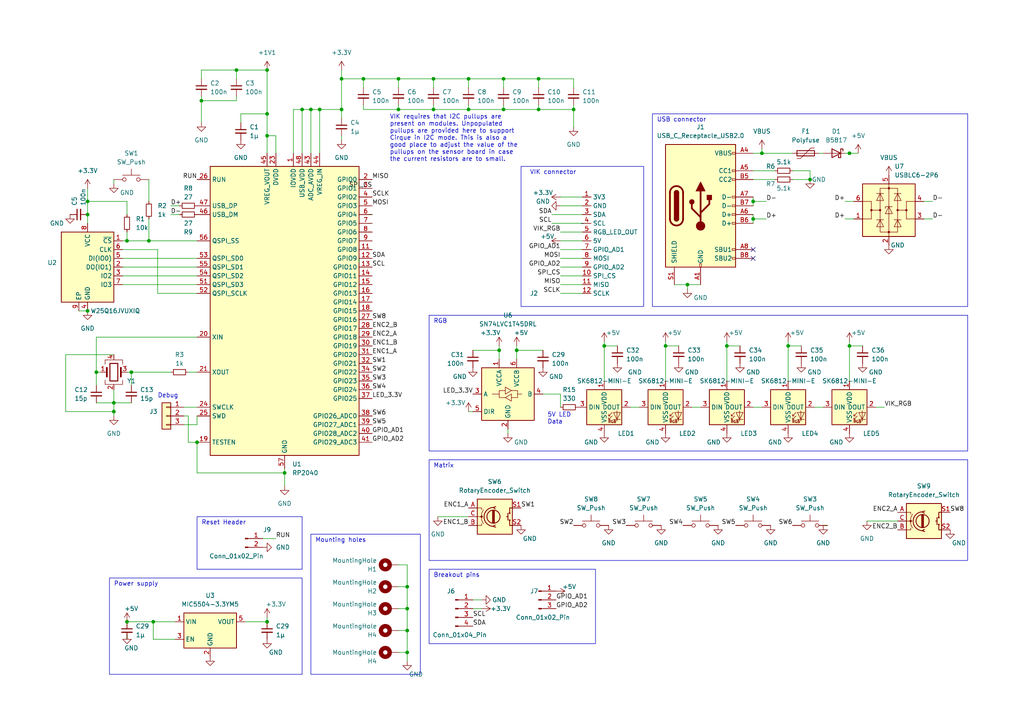
<source format=kicad_sch>
(kicad_sch (version 20230121) (generator eeschema)
  (paper "A4")
  (title_block (title "Trackpad") (date "2023-12-08") (rev "1") (company "George Norton"))
  (junction (at 220.98 44.45))
  (junction (at 228.6 100.33))
  (junction (at 146.05 22.86))
  (junction (at 135.89 31.75))
  (junction (at 125.73 31.75))
  (junction (at 175.26 100.33))
  (junction (at 210.82 100.33))
  (junction (at 27.94 107.95))
  (junction (at 92.71 31.75))
  (junction (at 99.06 31.75))
  (junction (at 115.57 31.75))
  (junction (at 118.11 176.53))
  (junction (at 246.38 100.33))
  (junction (at 146.05 31.75))
  (junction (at 125.73 22.86))
  (junction (at 99.06 22.86))
  (junction (at 25.4 90.17))
  (junction (at 36.83 69.85))
  (junction (at 33.02 119.38))
  (junction (at 135.89 22.86))
  (junction (at 105.41 22.86))
  (junction (at 118.11 182.88))
  (junction (at 156.21 31.75))
  (junction (at 166.37 31.75))
  (junction (at 25.4 62.23))
  (junction (at 43.18 69.85))
  (junction (at 156.21 22.86))
  (junction (at 77.47 20.32))
  (junction (at 218.44 63.5))
  (junction (at 246.38 44.45))
  (junction (at 87.63 31.75))
  (junction (at 77.47 39.37))
  (junction (at 90.17 31.75))
  (junction (at 193.04 100.33))
  (junction (at 199.39 82.55))
  (junction (at 57.15 128.27))
  (junction (at 118.11 189.23))
  (junction (at 77.47 180.34))
  (junction (at 149.86 101.6))
  (junction (at 25.4 58.42))
  (junction (at 82.55 137.16))
  (junction (at 44.45 180.34))
  (junction (at 115.57 22.86))
  (junction (at 38.1 107.95))
  (junction (at 68.58 20.32))
  (junction (at 118.11 170.18))
  (junction (at 36.83 180.34))
  (junction (at 234.95 52.07))
  (junction (at 33.02 116.84))
  (junction (at 58.42 29.21))
  (junction (at 218.44 58.42))
  (junction (at 144.78 101.6))
  (junction (at 77.47 33.02))
  (no_connect (at 218.44 72.39))
  (no_connect (at 218.44 74.93))
  (wire (pts (xy 137.16 101.6) (xy 144.78 101.6)))
  (wire (pts (xy 218.44 52.07) (xy 224.79 52.07)))
  (wire (pts (xy 115.57 30.48) (xy 115.57 31.75)))
  (wire (pts (xy 54.61 107.95) (xy 57.15 107.95)))
  (wire (pts (xy 125.73 22.86) (xy 125.73 25.4)))
  (wire (pts (xy 199.39 82.55) (xy 199.39 83.82)))
  (wire (pts (xy 58.42 20.32) (xy 68.58 20.32)))
  (wire (pts (xy 199.39 82.55) (xy 203.2 82.55)))
  (wire (pts (xy 193.04 100.33) (xy 193.04 110.49)))
  (wire (pts (xy 246.38 100.33) (xy 246.38 110.49)))
  (wire (pts (xy 38.1 107.95) (xy 38.1 111.76)))
  (wire (pts (xy 135.89 31.75) (xy 146.05 31.75)))
  (wire (pts (xy 118.11 176.53) (xy 118.11 182.88)))
  (wire (pts (xy 25.4 58.42) (xy 25.4 62.23)))
  (wire (pts (xy 43.18 63.5) (xy 43.18 69.85)))
  (wire (pts (xy 118.11 163.83) (xy 118.11 170.18)))
  (wire (pts (xy 218.44 49.53) (xy 224.79 49.53)))
  (wire (pts (xy 104.14 76.2) (xy 104.14 74.93)))
  (wire (pts (xy 45.72 72.39) (xy 45.72 85.09)))
  (wire (pts (xy 115.57 176.53) (xy 118.11 176.53)))
  (wire (pts (xy 166.37 22.86) (xy 166.37 25.4)))
  (wire (pts (xy 175.26 100.33) (xy 179.07 100.33)))
  (wire (pts (xy 156.21 22.86) (xy 156.21 25.4)))
  (wire (pts (xy 195.58 82.55) (xy 199.39 82.55)))
  (wire (pts (xy 43.18 69.85) (xy 57.15 69.85)))
  (wire (pts (xy 106.68 64.77) (xy 107.95 64.77)))
  (wire (pts (xy 234.95 49.53) (xy 234.95 52.07)))
  (wire (pts (xy 38.1 107.95) (xy 49.53 107.95)))
  (wire (pts (xy 146.05 22.86) (xy 156.21 22.86)))
  (wire (pts (xy 118.11 182.88) (xy 118.11 189.23)))
  (wire (pts (xy 222.25 63.5) (xy 218.44 63.5)))
  (wire (pts (xy 118.11 170.18) (xy 118.11 176.53)))
  (wire (pts (xy 162.56 67.31) (xy 168.91 67.31)))
  (wire (pts (xy 53.34 118.11) (xy 57.15 118.11)))
  (wire (pts (xy 27.94 97.79) (xy 27.94 107.95)))
  (wire (pts (xy 57.15 97.79) (xy 27.94 97.79)))
  (wire (pts (xy 49.53 62.23) (xy 52.07 62.23)))
  (wire (pts (xy 27.94 107.95) (xy 27.94 111.76)))
  (wire (pts (xy 218.44 62.23) (xy 218.44 63.5)))
  (wire (pts (xy 35.56 72.39) (xy 45.72 72.39)))
  (wire (pts (xy 49.53 59.69) (xy 52.07 59.69)))
  (wire (pts (xy 237.49 44.45) (xy 238.76 44.45)))
  (wire (pts (xy 43.18 52.07) (xy 43.18 58.42)))
  (wire (pts (xy 36.83 69.85) (xy 43.18 69.85)))
  (wire (pts (xy 36.83 107.95) (xy 38.1 107.95)))
  (wire (pts (xy 147.32 125.73) (xy 147.32 124.46)))
  (wire (pts (xy 54.61 128.27) (xy 57.15 128.27)))
  (wire (pts (xy 35.56 82.55) (xy 57.15 82.55)))
  (wire (pts (xy 53.34 120.65) (xy 54.61 120.65)))
  (wire (pts (xy 90.17 44.45) (xy 90.17 31.75)))
  (wire (pts (xy 33.02 116.84) (xy 33.02 119.38)))
  (wire (pts (xy 125.73 30.48) (xy 125.73 31.75)))
  (wire (pts (xy 210.82 100.33) (xy 214.63 100.33)))
  (wire (pts (xy 44.45 180.34) (xy 50.8 180.34)))
  (wire (pts (xy 33.02 119.38) (xy 33.02 120.65)))
  (wire (pts (xy 246.38 99.06) (xy 246.38 100.33)))
  (wire (pts (xy 135.89 22.86) (xy 135.89 25.4)))
  (wire (pts (xy 144.78 100.33) (xy 144.78 101.6)))
  (wire (pts (xy 156.21 31.75) (xy 166.37 31.75)))
  (wire (pts (xy 200.66 118.11) (xy 203.2 118.11)))
  (wire (pts (xy 218.44 58.42) (xy 218.44 59.69)))
  (wire (pts (xy 254 118.11) (xy 256.54 118.11)))
  (wire (pts (xy 99.06 22.86) (xy 105.41 22.86)))
  (wire (pts (xy 33.02 102.87) (xy 19.05 102.87)))
  (wire (pts (xy 92.71 31.75) (xy 99.06 31.75)))
  (wire (pts (xy 149.86 101.6) (xy 149.86 104.14)))
  (wire (pts (xy 77.47 179.07) (xy 77.47 180.34)))
  (wire (pts (xy 162.56 80.01) (xy 168.91 80.01)))
  (wire (pts (xy 87.63 31.75) (xy 90.17 31.75)))
  (wire (pts (xy 118.11 189.23) (xy 118.11 191.77)))
  (wire (pts (xy 175.26 99.06) (xy 175.26 100.33)))
  (wire (pts (xy 162.56 57.15) (xy 168.91 57.15)))
  (wire (pts (xy 193.04 99.06) (xy 193.04 100.33)))
  (wire (pts (xy 229.87 49.53) (xy 234.95 49.53)))
  (wire (pts (xy 27.94 116.84) (xy 33.02 116.84)))
  (wire (pts (xy 90.17 31.75) (xy 92.71 31.75)))
  (wire (pts (xy 53.34 123.19) (xy 57.15 123.19)))
  (wire (pts (xy 105.41 30.48) (xy 105.41 31.75)))
  (wire (pts (xy 115.57 22.86) (xy 125.73 22.86)))
  (wire (pts (xy 246.38 100.33) (xy 250.19 100.33)))
  (wire (pts (xy 251.46 151.13) (xy 260.35 151.13)))
  (wire (pts (xy 162.56 69.85) (xy 168.91 69.85)))
  (wire (pts (xy 38.1 116.84) (xy 33.02 116.84)))
  (wire (pts (xy 77.47 33.02) (xy 77.47 39.37)))
  (wire (pts (xy 135.89 30.48) (xy 135.89 31.75)))
  (wire (pts (xy 85.09 31.75) (xy 87.63 31.75)))
  (wire (pts (xy 19.05 102.87) (xy 19.05 119.38)))
  (wire (pts (xy 57.15 123.19) (xy 57.15 120.65)))
  (wire (pts (xy 162.56 77.47) (xy 168.91 77.47)))
  (wire (pts (xy 175.26 100.33) (xy 175.26 110.49)))
  (wire (pts (xy 58.42 29.21) (xy 58.42 35.56)))
  (wire (pts (xy 222.25 58.42) (xy 218.44 58.42)))
  (wire (pts (xy 210.82 100.33) (xy 210.82 110.49)))
  (wire (pts (xy 115.57 189.23) (xy 118.11 189.23)))
  (wire (pts (xy 80.01 44.45) (xy 80.01 39.37)))
  (wire (pts (xy 146.05 22.86) (xy 146.05 25.4)))
  (wire (pts (xy 156.21 30.48) (xy 156.21 31.75)))
  (wire (pts (xy 82.55 140.97) (xy 82.55 137.16)))
  (wire (pts (xy 92.71 31.75) (xy 92.71 44.45)))
  (wire (pts (xy 160.02 62.23) (xy 168.91 62.23)))
  (wire (pts (xy 162.56 72.39) (xy 168.91 72.39)))
  (wire (pts (xy 166.37 31.75) (xy 166.37 36.83)))
  (wire (pts (xy 125.73 31.75) (xy 135.89 31.75)))
  (wire (pts (xy 99.06 39.37) (xy 99.06 40.64)))
  (wire (pts (xy 77.47 20.32) (xy 68.58 20.32)))
  (wire (pts (xy 127 149.86) (xy 135.89 149.86)))
  (wire (pts (xy 115.57 31.75) (xy 125.73 31.75)))
  (wire (pts (xy 245.11 58.42) (xy 247.65 58.42)))
  (wire (pts (xy 71.12 180.34) (xy 77.47 180.34)))
  (wire (pts (xy 160.02 64.77) (xy 168.91 64.77)))
  (wire (pts (xy 270.51 58.42) (xy 267.97 58.42)))
  (wire (pts (xy 245.11 63.5) (xy 247.65 63.5)))
  (wire (pts (xy 106.68 62.23) (xy 107.95 62.23)))
  (wire (pts (xy 33.02 53.34) (xy 33.02 52.07)))
  (wire (pts (xy 228.6 100.33) (xy 228.6 110.49)))
  (wire (pts (xy 144.78 101.6) (xy 144.78 104.14)))
  (wire (pts (xy 166.37 30.48) (xy 166.37 31.75)))
  (wire (pts (xy 82.55 137.16) (xy 82.55 135.89)))
  (wire (pts (xy 99.06 22.86) (xy 99.06 31.75)))
  (wire (pts (xy 77.47 39.37) (xy 77.47 44.45)))
  (wire (pts (xy 139.7 173.99) (xy 137.16 173.99)))
  (wire (pts (xy 35.56 77.47) (xy 57.15 77.47)))
  (wire (pts (xy 125.73 22.86) (xy 135.89 22.86)))
  (wire (pts (xy 25.4 62.23) (xy 25.4 64.77)))
  (wire (pts (xy 45.72 85.09) (xy 57.15 85.09)))
  (wire (pts (xy 68.58 22.86) (xy 68.58 20.32)))
  (wire (pts (xy 57.15 128.27) (xy 57.15 137.16)))
  (wire (pts (xy 228.6 99.06) (xy 228.6 100.33)))
  (wire (pts (xy 210.82 99.06) (xy 210.82 100.33)))
  (wire (pts (xy 236.22 118.11) (xy 238.76 118.11)))
  (wire (pts (xy 162.56 85.09) (xy 168.91 85.09)))
  (wire (pts (xy 162.56 59.69) (xy 168.91 59.69)))
  (wire (pts (xy 193.04 100.33) (xy 196.85 100.33)))
  (wire (pts (xy 36.83 67.31) (xy 36.83 69.85)))
  (wire (pts (xy 80.01 156.21) (xy 76.2 156.21)))
  (wire (pts (xy 58.42 29.21) (xy 68.58 29.21)))
  (wire (pts (xy 22.86 90.17) (xy 25.4 90.17)))
  (wire (pts (xy 162.56 82.55) (xy 168.91 82.55)))
  (wire (pts (xy 36.83 184.15) (xy 36.83 185.42)))
  (wire (pts (xy 218.44 44.45) (xy 220.98 44.45)))
  (wire (pts (xy 58.42 20.32) (xy 58.42 22.86)))
  (wire (pts (xy 115.57 170.18) (xy 118.11 170.18)))
  (wire (pts (xy 36.83 58.42) (xy 36.83 62.23)))
  (wire (pts (xy 35.56 80.01) (xy 57.15 80.01)))
  (wire (pts (xy 54.61 120.65) (xy 54.61 128.27)))
  (wire (pts (xy 156.21 22.86) (xy 166.37 22.86)))
  (wire (pts (xy 245.11 44.45) (xy 246.38 44.45)))
  (wire (pts (xy 50.8 185.42) (xy 44.45 185.42)))
  (wire (pts (xy 135.89 22.86) (xy 146.05 22.86)))
  (wire (pts (xy 105.41 22.86) (xy 115.57 22.86)))
  (wire (pts (xy 33.02 113.03) (xy 33.02 116.84)))
  (wire (pts (xy 105.41 31.75) (xy 115.57 31.75)))
  (wire (pts (xy 68.58 29.21) (xy 68.58 27.94)))
  (wire (pts (xy 135.89 119.38) (xy 137.16 119.38)))
  (wire (pts (xy 162.56 114.3) (xy 162.56 118.11)))
  (wire (pts (xy 246.38 44.45) (xy 248.92 44.45)))
  (wire (pts (xy 115.57 182.88) (xy 118.11 182.88)))
  (wire (pts (xy 220.98 44.45) (xy 229.87 44.45)))
  (wire (pts (xy 19.05 119.38) (xy 33.02 119.38)))
  (wire (pts (xy 115.57 163.83) (xy 118.11 163.83)))
  (wire (pts (xy 157.48 114.3) (xy 162.56 114.3)))
  (wire (pts (xy 162.56 74.93) (xy 168.91 74.93)))
  (wire (pts (xy 27.94 107.95) (xy 29.21 107.95)))
  (wire (pts (xy 99.06 20.32) (xy 99.06 22.86)))
  (wire (pts (xy 149.86 100.33) (xy 149.86 101.6)))
  (wire (pts (xy 218.44 63.5) (xy 218.44 64.77)))
  (wire (pts (xy 228.6 100.33) (xy 232.41 100.33)))
  (wire (pts (xy 80.01 39.37) (xy 77.47 39.37)))
  (wire (pts (xy 35.56 69.85) (xy 36.83 69.85)))
  (wire (pts (xy 229.87 52.07) (xy 234.95 52.07)))
  (wire (pts (xy 99.06 31.75) (xy 99.06 34.29)))
  (wire (pts (xy 57.15 137.16) (xy 82.55 137.16)))
  (wire (pts (xy 240.03 152.4) (xy 238.76 152.4)))
  (wire (pts (xy 139.7 176.53) (xy 137.16 176.53)))
  (wire (pts (xy 36.83 180.34) (xy 44.45 180.34)))
  (wire (pts (xy 77.47 20.32) (xy 77.47 33.02)))
  (wire (pts (xy 182.88 118.11) (xy 185.42 118.11)))
  (wire (pts (xy 69.85 33.02) (xy 77.47 33.02)))
  (wire (pts (xy 85.09 44.45) (xy 85.09 31.75)))
  (wire (pts (xy 36.83 58.42) (xy 25.4 58.42)))
  (wire (pts (xy 270.51 63.5) (xy 267.97 63.5)))
  (wire (pts (xy 69.85 33.02) (xy 69.85 35.56)))
  (wire (pts (xy 220.98 43.18) (xy 220.98 44.45)))
  (wire (pts (xy 218.44 57.15) (xy 218.44 58.42)))
  (wire (pts (xy 218.44 118.11) (xy 220.98 118.11)))
  (wire (pts (xy 25.4 54.61) (xy 25.4 58.42)))
  (wire (pts (xy 105.41 22.86) (xy 105.41 25.4)))
  (wire (pts (xy 146.05 30.48) (xy 146.05 31.75)))
  (wire (pts (xy 115.57 22.86) (xy 115.57 25.4)))
  (wire (pts (xy 146.05 31.75) (xy 156.21 31.75)))
  (wire (pts (xy 35.56 74.93) (xy 57.15 74.93)))
  (wire (pts (xy 58.42 27.94) (xy 58.42 29.21)))
  (wire (pts (xy 44.45 185.42) (xy 44.45 180.34)))
  (wire (pts (xy 87.63 31.75) (xy 87.63 44.45)))
  (wire (pts (xy 149.86 101.6) (xy 157.48 101.6)))
  (rectangle (start 124.46 165.1) (end 172.72 186.69))
  (rectangle (start 124.46 133.35) (end 280.67 162.56))
  (rectangle (start 57.15 149.86) (end 87.63 165.1))
  (rectangle (start 189.23 33.02) (end 280.67 88.9))
  (rectangle (start 124.46 91.44) (end 280.67 130.81))
  (rectangle (start 151.13 48.26) (end 186.69 88.9))
  (rectangle (start 90.17 154.94) (end 121.92 195.58))
  (rectangle (start 31.75 167.64) (end 87.63 195.58))
  (text "Mounting holes" (at 91.44 157.48 0) (effects (font (size 1.27 1.27)) (justify left bottom)))
  (text "USB connector" (at 190.5 35.56 0) (effects (font (size 1.27 1.27)) (justify left bottom)))
  (text "Power supply" (at 33.02 170.18 0) (effects (font (size 1.27 1.27)) (justify left bottom)))
  (text "Debug" (at 45.72 115.57 0) (effects (font (size 1.27 1.27)) (justify left bottom)))
  (text "VIK connector" (at 153.67 50.8 0) (effects (font (size 1.27 1.27)) (justify left bottom)))
  (text "VIK requires that I2C pullups are\npresent on modules. Unpopulated\npullups are provided here to support\nCirque in I2C mode. This is also a\ngood place to adjust the value of the\npullups on the sensor board in case\nthe current resistors are to small." (at 113.03 46.99 0) (effects (font (size 1.27 1.27)) (justify left bottom)))
  (text "RGB" (at 125.73 93.98 0) (effects (font (size 1.27 1.27)) (justify left bottom)))
  (text "Matrix" (at 125.73 135.89 0) (effects (font (size 1.27 1.27)) (justify left bottom)))
  (text "Breakout pins" (at 125.73 167.64 0) (effects (font (size 1.27 1.27)) (justify left bottom)))
  (text "Reset Header" (at 58.42 152.4 0) (effects (font (size 1.27 1.27)) (justify left bottom)))
  (text "5V LED\nData" (at 158.75 123.19 0) (effects (font (size 1.27 1.27)) (justify left bottom)))
  (label "SPI_CS" (at 162.56 80.01 180))
  (label "VIK_RGB" (at 256.54 118.11 0))
  (label "SDA" (at 137.16 181.61 0))
  (label "MISO" (at 162.56 82.55 180))
  (label "SW8" (at 275.59 148.59 0))
  (label "D-" (at 270.51 58.42 0))
  (label "SCL" (at 160.02 64.77 180))
  (label "SCL" (at 137.16 179.07 0))
  (label "SW5" (at 213.36 152.4 180))
  (label "SCLK" (at 162.56 85.09 180))
  (label "SDA" (at 160.02 62.23 180))
  (label "MOSI" (at 107.95 59.69 0))
  (label "SW4" (at 198.12 152.4 180))
  (label "RUN" (at 80.01 156.21 0))
  (label "SW6" (at 107.95 120.65 0))
  (label "ENC2_A" (at 107.95 97.79 0))
  (label "ENC1_A" (at 135.89 147.32 180))
  (label "GPIO_AD2" (at 162.56 77.47 180))
  (label "D+" (at 49.53 59.69 0))
  (label "SW2" (at 166.37 152.4 180))
  (label "ENC2_A" (at 260.35 148.59 180))
  (label "SW2" (at 107.95 107.95 0))
  (label "ENC2_B" (at 260.35 153.67 180))
  (label "SPI_CS" (at 107.95 54.61 180))
  (label "ENC1_A" (at 107.95 102.87 0))
  (label "MOSI" (at 162.56 74.93 180))
  (label "ENC2_B" (at 107.95 95.25 0))
  (label "SW6" (at 229.87 152.4 180))
  (label "SW1" (at 107.95 105.41 0))
  (label "SCL" (at 107.95 77.47 0))
  (label "GPIO_AD2" (at 161.29 176.53 0))
  (label "GPIO_AD1" (at 161.29 173.99 0))
  (label "MISO" (at 107.95 52.07 0))
  (label "SW3" (at 181.61 152.4 180))
  (label "LED_3.3V" (at 137.16 114.3 180))
  (label "SW5" (at 107.95 123.19 0))
  (label "RUN" (at 57.15 52.07 180))
  (label "SW1" (at 151.13 147.32 0))
  (label "GPIO_AD1" (at 162.56 72.39 180))
  (label "ENC1_B" (at 107.95 100.33 0))
  (label "LED_3.3V" (at 107.95 115.57 0))
  (label "D+" (at 245.11 63.5 180))
  (label "D-" (at 222.25 58.42 0))
  (label "GPIO_AD2" (at 107.95 128.27 0))
  (label "SCLK" (at 107.95 57.15 0))
  (label "SW4" (at 107.95 113.03 0))
  (label "SW3" (at 107.95 110.49 0))
  (label "SDA" (at 107.95 74.93 0))
  (label "D-" (at 49.53 62.23 0))
  (label "D+" (at 245.11 58.42 180))
  (label "ENC1_B" (at 135.89 152.4 180))
  (label "VIK_RGB" (at 162.56 67.31 180))
  (label "D-" (at 270.51 63.5 0))
  (label "D+" (at 222.25 63.5 0))
  (label "GPIO_AD1" (at 107.95 125.73 0))
  (label "SW8" (at 107.95 92.71 0))
  (symbol (lib_id "power:+5V") (at 36.83 180.34 0) (unit 1)
    (property "Reference" "#PWR015" (effects hide))
    (property "Value" "+5V" (at 38.1 176.53 0))
    (instances (project "trackpad" (path "" (reference "#PWR015") (unit 1)) (path "" (reference "#PWR047") (unit 1))))
  )
  (symbol (lib_id "power:+5V") (at 246.38 99.06 0) (unit 1)
    (property "Reference" "#PWR063" (effects hide))
    (property "Value" "+5V" (at 248.92 96.52 0))
  )
  (symbol (lib_id "power:GND") (at 251.46 151.13 0) (unit 1)
    (property "Reference" "#PWR041" (effects hide))
    (property "Value" "GND" (at 251.46 156.21 0))
    (instances (project "trackpad" (path "" (reference "#PWR041") (unit 1)) (path "" (reference "#PWR039") (unit 1))))
  )
  (symbol (lib_id "power:GND") (at 157.48 106.68 0) (unit 1)
    (property "Reference" "#PWR038" (effects hide))
    (property "Value" "GND" (at 161.29 109.22 0))
    (instances (project "trackpad" (path "" (reference "#PWR038") (unit 1)) (path "" (reference "#PWR056") (unit 1))))
  )
  (symbol (lib_id "Connector_Generic:Conn_01x03") (at 48.26 120.65 0) (mirror y) (unit 1)
    (property "Reference" "J3" (at 45.72 119.38 0) (effects (justify left)))
    (property "Value" "Conn_01x03" (effects hide))
    (property "Footprint" "Connector_PinHeader_2.54mm:PinHeader_1x03_P2.54mm_Vertical" (effects hide))
  )
  (symbol (lib_id "power:GND") (at 246.38 125.73 0) (unit 1)
    (property "Reference" "#PWR055" (effects hide))
    (property "Value" "GND" (at 242.57 128.27 0))
  )
  (symbol (lib_id "MCU_RaspberryPi:RP2040") (at 82.55 90.17 0) (unit 1)
    (property "Reference" "U1" (at 84.7441 134.62 0) (effects (justify left)))
    (property "Value" "RP2040" (at 84.7441 137.16 0) (effects (justify left)))
    (property "Footprint" "Package_DFN_QFN:QFN-56-1EP_7x7mm_P0.4mm_EP3.2x3.2mm" (effects hide))
    (property "Datasheet" "https://datasheets.raspberrypi.com/rp2040/rp2040-datasheet.pdf" (effects hide))
    (property "LCSC" "C2040" (effects hide))
  )
  (symbol (lib_id "Device:C_Small") (at 196.85 102.87 0) (unit 1)
    (property "Reference" "C33" (at 199.39 101.6063 0) (effects (justify left)))
    (property "Value" "100n" (at 199.39 104.1463 0) (effects (justify left)))
    (property "Footprint" "Capacitor_SMD:C_0402_1005Metric" (effects hide))
    (property "LCSC" "C1525" (effects hide))
  )
  (symbol (lib_id "Power_Protection:USBLC6-2P6") (at 257.81 60.96 0) (unit 1)
    (property "Reference" "U7" (at 259.4611 48.26 0) (effects (justify left)))
    (property "Value" "USBLC6-2P6" (at 259.4611 50.8 0) (effects (justify left)))
    (property "Footprint" "Package_TO_SOT_SMD:SOT-666" (effects hide))
    (property "Datasheet" "https://www.st.com/resource/en/datasheet/usblc6-2.pdf" (effects hide))
    (property "LCSC" "C15999" (effects hide))
  )
  (symbol (lib_id "Marbastlib:SK6812MINI-E") (at 228.6 118.11 0) (unit 1)
    (property "Reference" "LED4" (at 234.95 125.73 0))
    (property "Value" "SK6812-MINI-E" (at 228.6 110.49 0))
    (property "Footprint" "PCM_marbastlib-various:LED_6028R" (effects hide))
    (property "LCSC" "C5149201" (effects hide))
  )
  (symbol (lib_id "Device:R_Small") (at 165.1 118.11 270) (unit 1)
    (property "Reference" "R15" (at 165.1 113.03 90))
    (property "Value" "330" (at 165.1 115.57 90))
    (property "Footprint" "Resistor_SMD:R_0402_1005Metric" (effects hide))
    (property "LCSC" "C25104" (effects hide))
    (instances (project "trackpad" (path "" (reference "R15") (unit 1)) (path "" (reference "R18") (unit 1))))
  )
  (symbol (lib_id "Device:C_Small") (at 135.89 27.94 0) (unit 1)
    (property "Reference" "C8" (at 138.43 26.6763 0) (effects (justify left)))
    (property "Value" "100n" (at 138.43 29.2163 0) (effects (justify left)))
    (property "Footprint" "Capacitor_SMD:C_0402_1005Metric" (effects hide))
    (property "LCSC" "C1525" (effects hide))
  )
  (symbol (lib_id "power:GND") (at 139.7 173.99 90) (unit 1)
    (property "Reference" "#PWR042" (effects hide))
    (property "Value" "GND" (at 144.78 173.99 90))
    (instances (project "trackpad" (path "" (reference "#PWR042") (unit 1)) (path "" (reference "#PWR077") (unit 1))))
  )
  (symbol (lib_id "Device:C_Small") (at 232.41 102.87 0) (unit 1)
    (property "Reference" "C35" (at 234.95 101.6063 0) (effects (justify left)))
    (property "Value" "100n" (at 234.95 104.1463 0) (effects (justify left)))
    (property "Footprint" "Capacitor_SMD:C_0402_1005Metric" (effects hide))
    (property "LCSC" "C1525" (effects hide))
  )
  (symbol (lib_id "Device:C_Small") (at 77.47 182.88 0) (unit 1)
    (property "Reference" "C29" (at 80.01 181.6163 0) (effects (justify left)))
    (property "Value" "1µ" (at 80.01 184.15 0) (effects (justify left)))
    (property "Footprint" "Capacitor_SMD:C_0402_1005Metric" (effects hide))
    (property "LCSC" "C52923" (effects hide))
    (instances (project "trackpad" (path "" (reference "C29") (unit 1)) (path "" (reference "C30") (unit 1))))
  )
  (symbol (lib_id "power:+3.3V") (at 25.4 54.61 0) (unit 1)
    (property "Reference" "#PWR03" (effects hide))
    (property "Value" "+3.3V" (at 25.4 49.53 0))
  )
  (symbol (lib_id "power:+3.3V") (at 135.89 119.38 0) (unit 1)
    (property "Reference" "#PWR013" (effects hide))
    (property "Value" "+3.3V" (at 132.08 116.84 0))
    (instances (project "trackpad" (path "" (reference "#PWR013") (unit 1)) (path "" (reference "#PWR069") (unit 1))))
  )
  (symbol (lib_id "Marbastlib:SK6812MINI-E") (at 193.04 118.11 0) (unit 1)
    (property "Reference" "LED2" (at 199.39 125.73 0))
    (property "Value" "SK6812-MINI-E" (at 193.04 110.49 0))
    (property "Footprint" "PCM_marbastlib-various:LED_6028R" (effects hide))
    (property "LCSC" "C5149201" (effects hide))
  )
  (symbol (lib_id "Device:C_Small") (at 146.05 27.94 0) (unit 1)
    (property "Reference" "C9" (at 148.59 26.6763 0) (effects (justify left)))
    (property "Value" "100n" (at 148.59 29.2163 0) (effects (justify left)))
    (property "Footprint" "Capacitor_SMD:C_0402_1005Metric" (effects hide))
    (property "LCSC" "C1525" (effects hide))
  )
  (symbol (lib_id "Device:C_Small") (at 156.21 27.94 0) (unit 1)
    (property "Reference" "C10" (at 158.75 26.6763 0) (effects (justify left)))
    (property "Value" "100n" (at 158.75 29.2163 0) (effects (justify left)))
    (property "Footprint" "Capacitor_SMD:C_0402_1005Metric" (effects hide))
    (property "LCSC" "C1525" (effects hide))
  )
  (symbol (lib_id "Marbastlib:SK6812MINI-E") (at 175.26 118.11 0) (unit 1)
    (property "Reference" "LED1" (at 181.61 125.73 0))
    (property "Value" "SK6812-MINI-E" (at 175.26 110.49 0))
    (property "Footprint" "PCM_marbastlib-various:LED_6028R" (effects hide))
    (property "LCSC" "C5149201" (effects hide))
  )
  (symbol (lib_id "Device:R_Small") (at 227.33 49.53 90) (unit 1)
    (property "Reference" "R6" (at 223.52 48.26 90))
    (property "Value" "5.1k" (at 227.33 46.99 90))
    (property "Footprint" "Resistor_SMD:R_0402_1005Metric" (effects hide))
    (property "LCSC" "C25905" (effects hide))
  )
  (symbol (lib_id "power:+3.3V") (at 77.47 179.07 0) (unit 1)
    (property "Reference" "#PWR016" (effects hide))
    (property "Value" "+3.3V" (at 80.01 175.26 0))
    (instances (project "trackpad" (path "" (reference "#PWR016") (unit 1)) (path "" (reference "#PWR048") (unit 1))))
  )
  (symbol (lib_id "power:GND") (at 214.63 105.41 0) (unit 1)
    (property "Reference" "#PWR060" (effects hide))
    (property "Value" "GND" (at 218.44 107.95 0))
  )
  (symbol (lib_id "Device:C_Small") (at 250.19 102.87 0) (unit 1)
    (property "Reference" "C36" (at 252.73 101.6063 0) (effects (justify left)))
    (property "Value" "100n" (at 252.73 104.1463 0) (effects (justify left)))
    (property "Footprint" "Capacitor_SMD:C_0402_1005Metric" (effects hide))
    (property "LCSC" "C1525" (effects hide))
  )
  (symbol (lib_id "Device:Polyfuse") (at 233.68 44.45 270) (unit 1)
    (property "Reference" "F1" (at 233.68 38.1 90))
    (property "Value" "Polyfuse" (at 233.68 40.64 90))
    (property "Footprint" "Fuse:Fuse_0603_1608Metric" (effects hide))
    (property "LCSC" "C69679" (effects hide))
  )
  (symbol (lib_id "power:+5V") (at 149.86 100.33 0) (unit 1)
    (property "Reference" "#PWR015" (effects hide))
    (property "Value" "+5V" (at 151.13 96.52 0))
    (instances (project "trackpad" (path "" (reference "#PWR015") (unit 1)) (path "" (reference "#PWR070") (unit 1))))
  )
  (symbol (lib_id "Mechanical:MountingHole_Pad") (at 113.03 163.83 90) (unit 1)
    (property "Reference" "H1" (at 107.95 165.1 90))
    (property "Value" "MountingHole" (at 102.87 162.56 90))
    (property "Footprint" "MountingHole:MountingHole_3.2mm_M3_Pad_Via" (effects hide))
    (instances (project "trackpad" (path "" (reference "H1") (unit 1)) (path "" (reference "H5") (unit 1))))
  )
  (symbol (lib_id "power:+5V") (at 228.6 99.06 0) (unit 1)
    (property "Reference" "#PWR061" (effects hide))
    (property "Value" "+5V" (at 231.14 96.52 0))
  )
  (symbol (lib_id "Device:C_Small") (at 27.94 114.3 0) (unit 1)
    (property "Reference" "C12" (at 21.59 113.03 0) (effects (justify left)))
    (property "Value" "15p" (at 21.59 115.57 0) (effects (justify left)))
    (property "Footprint" "Capacitor_SMD:C_0402_1005Metric" (effects hide))
    (property "LCSC" "C1548" (effects hide))
  )
  (symbol (lib_id "power:GND") (at 82.55 140.97 0) (unit 1)
    (property "Reference" "#PWR01" (effects hide))
    (property "Value" "GND" (at 82.55 146.05 0))
    (instances (project "trackpad" (path "" (reference "#PWR01") (unit 1)) (path "" (reference "#PWR014") (unit 1))))
  )
  (symbol (lib_id "Connector:Conn_01x03_Pin") (at 156.21 173.99 0) (unit 1)
    (property "Reference" "J7" (at 154.94 171.45 0))
    (property "Value" "Conn_01x02_Pin" (at 157.48 179.07 0))
    (property "Footprint" "Connector_PinHeader_2.54mm:PinHeader_1x03_P2.54mm_Vertical" (effects hide))
  )
  (symbol (lib_id "Mechanical:MountingHole_Pad") (at 113.03 176.53 90) (unit 1)
    (property "Reference" "H3" (at 107.95 177.8 90))
    (property "Value" "MountingHole" (at 102.87 175.26 90))
    (property "Footprint" "MountingHole:MountingHole_3.2mm_M3_Pad_Via" (effects hide))
    (instances (project "trackpad" (path "" (reference "H3") (unit 1)) (path "" (reference "H7") (unit 1))))
  )
  (symbol (lib_id "Device:C_Small") (at 166.37 27.94 0) (unit 1)
    (property "Reference" "C11" (at 168.91 26.6763 0) (effects (justify left)))
    (property "Value" "100n" (at 168.91 29.2163 0) (effects (justify left)))
    (property "Footprint" "Capacitor_SMD:C_0402_1005Metric" (effects hide))
    (property "LCSC" "C1525" (effects hide))
  )
  (symbol (lib_id "Device:C_Small") (at 157.48 104.14 0) (unit 1)
    (property "Reference" "C29" (at 160.02 102.8763 0) (effects (justify left)))
    (property "Value" "100n" (at 160.02 105.4163 0) (effects (justify left)))
    (property "Footprint" "Capacitor_SMD:C_0402_1005Metric" (effects hide))
    (property "LCSC" "C1525" (effects hide))
  )
  (symbol (lib_id "power:GND") (at 257.81 71.12 0) (unit 1)
    (property "Reference" "#PWR017" (effects hide))
    (property "Value" "GND" (at 260.35 71.12 0))
    (instances (project "trackpad" (path "" (reference "#PWR017") (unit 1)) (path "" (reference "#PWR071") (unit 1))))
  )
  (symbol (lib_id "power:GND") (at 76.2 158.75 90) (unit 1)
    (property "Reference" "#PWR01" (effects hide))
    (property "Value" "GND" (at 80.01 158.75 90) (effects (justify right)))
    (instances (project "trackpad" (path "" (reference "#PWR01") (unit 1)) (path "" (reference "#PWR051") (unit 1))))
  )
  (symbol (lib_id "power:GND") (at 199.39 83.82 0) (unit 1)
    (property "Reference" "#PWR038" (effects hide))
    (property "Value" "GND" (at 203.2 86.36 0))
    (instances (project "trackpad" (path "" (reference "#PWR038") (unit 1)) (path "" (reference "#PWR031") (unit 1))))
  )
  (symbol (lib_id "Device:C_Small") (at 179.07 102.87 0) (unit 1)
    (property "Reference" "C32" (at 181.61 101.6063 0) (effects (justify left)))
    (property "Value" "100n" (at 181.61 104.1463 0) (effects (justify left)))
    (property "Footprint" "Capacitor_SMD:C_0402_1005Metric" (effects hide))
    (property "LCSC" "C1525" (effects hide))
  )
  (symbol (lib_id "Memory_Flash:W25Q128JVS") (at 25.4 77.47 0) (mirror y) (unit 1)
    (property "Reference" "U2" (at 16.51 76.2 0) (effects (justify left)))
    (property "Value" "W25Q16JVUXIQ" (at 40.64 90.17 0) (effects (justify left)))
    (property "Footprint" "Trackpad:USON-8-1EP_3x2mm_P0.5mm_EP0.25x1.65mm" (effects hide))
    (property "LCSC" "C2843335" (effects hide))
  )
  (symbol (lib_id "Device:C_Small") (at 36.83 182.88 0) (unit 1)
    (property "Reference" "C29" (at 39.37 181.6163 0) (effects (justify left)))
    (property "Value" "1µ" (at 39.37 184.15 0) (effects (justify left)))
    (property "Footprint" "Capacitor_SMD:C_0402_1005Metric" (effects hide))
    (property "LCSC" "C52923" (effects hide))
    (instances (project "trackpad" (path "" (reference "C29") (unit 1)) (path "" (reference "C15") (unit 1))))
  )
  (symbol (lib_id "power:GND") (at 99.06 40.64 0) (unit 1)
    (property "Reference" "#PWR08" (effects hide))
    (property "Value" "GND" (at 99.06 45.72 0))
    (instances (project "trackpad" (path "" (reference "#PWR08") (unit 1)) (path "" (reference "#PWR016") (unit 1))))
  )
  (symbol (lib_id "power:GND") (at 36.83 184.15 0) (unit 1)
    (property "Reference" "#PWR032" (effects hide))
    (property "Value" "GND" (at 38.1 187.96 0))
    (instances (project "trackpad" (path "" (reference "#PWR032") (unit 1)) (path "" (reference "#PWR049") (unit 1))))
  )
  (symbol (lib_id "Device:C_Small") (at 58.42 25.4 0) (unit 1)
    (property "Reference" "C2" (at 60.96 24.1363 0) (effects (justify left)))
    (property "Value" "100n" (at 60.96 26.6763 0) (effects (justify left)))
    (property "Footprint" "Capacitor_SMD:C_0402_1005Metric" (effects hide))
    (property "LCSC" "C1525" (effects hide))
  )
  (symbol (lib_id "power:+5V") (at 175.26 99.06 0) (unit 1)
    (property "Reference" "#PWR013" (effects hide))
    (property "Value" "+5V" (at 177.8 96.52 0))
  )
  (symbol (lib_id "power:GND") (at 60.96 190.5 0) (unit 1)
    (property "Reference" "#PWR032" (effects hide))
    (property "Value" "GND" (effects hide))
    (instances (project "trackpad" (path "" (reference "#PWR032") (unit 1)) (path "" (reference "#PWR052") (unit 1))))
  )
  (symbol (lib_id "Marbastlib:SK6812MINI-E") (at 246.38 118.11 0) (unit 1)
    (property "Reference" "LED5" (at 252.73 125.73 0))
    (property "Value" "SK6812-MINI-E" (at 246.38 110.49 0))
    (property "Footprint" "PCM_marbastlib-various:LED_6028R" (effects hide))
    (property "LCSC" "C5149201" (effects hide))
  )
  (symbol (lib_id "Device:R_Small") (at 52.07 107.95 270) (unit 1)
    (property "Reference" "R3" (at 52.07 102.87 90))
    (property "Value" "1k" (at 52.07 105.41 90))
    (property "Footprint" "Resistor_SMD:R_0402_1005Metric" (effects hide))
    (property "LCSC" "C11702" (effects hide))
  )
  (symbol (lib_id "Connector:Conn_01x02_Pin") (at 71.12 156.21 0) (unit 1)
    (property "Reference" "J9" (at 77.47 153.67 0))
    (property "Value" "Conn_01x02_Pin" (at 68.58 161.29 0))
    (property "Footprint" "Connector_PinHeader_2.54mm:PinHeader_1x02_P2.54mm_Vertical" (effects hide))
  )
  (symbol (lib_id "Device:D_Schottky") (at 242.57 44.45 0) (mirror y) (unit 1)
    (property "Reference" "D1" (at 242.57 38.1 0))
    (property "Value" "B5817" (at 242.57 40.64 0))
    (property "Footprint" "Diode_SMD:D_SOD-323" (effects hide))
    (property "LCSC" "C123899" (effects hide))
  )
  (symbol (lib_id "Device:C_Small") (at 99.06 36.83 0) (unit 1)
    (property "Reference" "C4" (at 101.6 35.5663 0) (effects (justify left)))
    (property "Value" "1µ" (at 101.6 38.1063 0) (effects (justify left)))
    (property "Footprint" "Capacitor_SMD:C_0402_1005Metric" (effects hide))
    (property "LCSC" "C52923" (effects hide))
  )
  (symbol (lib_id "Vik:vik-keyboard-connector") (at 168.91 71.12 0) (unit 1)
    (property "Reference" "J2" (at 153.67 85.09 0) (effects (justify left)))
    (property "Value" "~" (at 168.91 64.77 0))
    (property "Footprint" "Vik:vik-keyboard-connector-horizontal" (effects hide))
    (property "LCSC" "C2919479" (effects hide))
  )
  (symbol (lib_id "Logic_LevelTranslator:SN74LVC1T45DRL") (at 147.32 114.3 0) (unit 1)
    (property "Reference" "U6" (at 147.32 91.44 0))
    (property "Value" "SN74LVC1T45DRL" (at 147.32 93.98 0))
    (property "Footprint" "Package_TO_SOT_SMD:SOT-563" (effects hide))
    (property "Datasheet" "http://www.ti.com/lit/ds/symlink/sn74lvc1t45.pdf" (effects hide))
    (property "LCSC" "C352970" (effects hide))
  )
  (symbol (lib_id "power:VBUS") (at 220.98 43.18 0) (unit 1)
    (property "Reference" "#PWR018" (effects hide))
    (property "Value" "VBUS" (at 220.98 38.1 0))
    (instances (project "trackpad" (path "" (reference "#PWR018") (unit 1)) (path "" (reference "#PWR036") (unit 1))))
  )
  (symbol (lib_id "power:GND") (at 238.76 152.4 0) (unit 1)
    (property "Reference" "#PWR033" (effects hide))
    (property "Value" "GND" (at 238.76 157.48 0))
    (instances (project "trackpad" (path "" (reference "#PWR033") (unit 1)) (path "" (reference "#PWR019") (unit 1))))
  )
  (symbol (lib_id "Device:RotaryEncoder_Switch") (at 143.51 149.86 0) (unit 1)
    (property "Reference" "SW6" (at 143.51 139.7 0))
    (property "Value" "RotaryEncoder_Switch" (at 143.51 142.24 0))
    (property "Footprint" "PCM_marbastlib-various:ROT_Alps_EC11E-Switch" (effects hide))
    (instances (project "trackpad" (path "" (reference "SW6") (unit 1)) (path "" (reference "SW1") (unit 1))))
  )
  (symbol (lib_id "power:GND") (at 175.26 125.73 0) (unit 1)
    (property "Reference" "#PWR011" (effects hide))
    (property "Value" "GND" (at 171.45 128.27 0))
  )
  (symbol (lib_id "Device:C_Small") (at 214.63 102.87 0) (unit 1)
    (property "Reference" "C34" (at 217.17 101.6063 0) (effects (justify left)))
    (property "Value" "100n" (at 217.17 104.1463 0) (effects (justify left)))
    (property "Footprint" "Capacitor_SMD:C_0402_1005Metric" (effects hide))
    (property "LCSC" "C1525" (effects hide))
  )
  (symbol (lib_id "power:GND") (at 232.41 105.41 0) (unit 1)
    (property "Reference" "#PWR062" (effects hide))
    (property "Value" "GND" (at 236.22 107.95 0))
  )
  (symbol (lib_id "power:GND") (at 162.56 59.69 270) (unit 1)
    (property "Reference" "#PWR044" (effects hide))
    (property "Value" "GND" (at 157.48 58.42 90))
    (instances (project "trackpad" (path "" (reference "#PWR044") (unit 1)) (path "" (reference "#PWR030") (unit 1))))
  )
  (symbol (lib_id "Mechanical:MountingHole_Pad") (at 113.03 182.88 90) (unit 1)
    (property "Reference" "H4" (at 107.95 184.15 90))
    (property "Value" "MountingHole" (at 102.87 181.61 90))
    (property "Footprint" "MountingHole:MountingHole_3.2mm_M3_Pad_Via" (effects hide))
    (instances (project "trackpad" (path "" (reference "H4") (unit 1)) (path "" (reference "H8") (unit 1))))
  )
  (symbol (lib_id "power:GND") (at 191.77 152.4 0) (unit 1)
    (property "Reference" "#PWR039" (effects hide))
    (property "Value" "GND" (at 191.77 157.48 0))
    (instances (project "trackpad" (path "" (reference "#PWR039") (unit 1)) (path "" (reference "#PWR034") (unit 1))))
  )
  (symbol (lib_id "power:GND") (at 118.11 191.77 0) (unit 1)
    (property "Reference" "#PWR032" (effects hide))
    (property "Value" "GND" (at 120.65 195.58 0))
    (instances (project "trackpad" (path "" (reference "#PWR032") (unit 1)) (path "" (reference "#PWR083") (unit 1))))
  )
  (symbol (lib_id "power:GND") (at 127 149.86 0) (unit 1)
    (property "Reference" "#PWR037" (effects hide))
    (property "Value" "GND" (at 127 154.94 0))
    (instances (project "trackpad" (path "" (reference "#PWR037") (unit 1)) (path "" (reference "#PWR038") (unit 1))))
  )
  (symbol (lib_id "power:GND") (at 69.85 40.64 0) (unit 1)
    (property "Reference" "#PWR05" (effects hide))
    (property "Value" "GND" (at 69.85 45.72 0))
    (instances (project "trackpad" (path "" (reference "#PWR05") (unit 1)) (path "" (reference "#PWR09") (unit 1))))
  )
  (symbol (lib_id "power:GND") (at 33.02 53.34 0) (unit 1)
    (property "Reference" "#PWR04" (effects hide))
    (property "Value" "GND" (at 36.83 55.88 0))
    (instances (project "trackpad" (path "" (reference "#PWR04") (unit 1)) (path "" (reference "#PWR05") (unit 1))))
  )
  (symbol (lib_id "Device:C_Small") (at 38.1 114.3 0) (unit 1)
    (property "Reference" "C13" (at 40.64 113.0363 0) (effects (justify left)))
    (property "Value" "15p" (at 40.64 115.5763 0) (effects (justify left)))
    (property "Footprint" "Capacitor_SMD:C_0402_1005Metric" (effects hide))
    (property "LCSC" "C1548" (effects hide))
  )
  (symbol (lib_id "Connector:Conn_01x04_Pin") (at 132.08 176.53 0) (unit 1)
    (property "Reference" "J6" (at 130.81 171.45 0))
    (property "Value" "Conn_01x04_Pin" (at 133.35 184.15 0))
    (property "Footprint" "Connector_PinHeader_2.54mm:PinHeader_1x04_P2.54mm_Vertical" (effects hide))
  )
  (symbol (lib_id "power:+3.3V") (at 139.7 176.53 270) (unit 1)
    (property "Reference" "#PWR09" (effects hide))
    (property "Value" "+3.3V" (at 142.24 176.53 90) (effects (justify left)))
    (instances (project "trackpad" (path "" (reference "#PWR09") (unit 1)) (path "" (reference "#PWR078") (unit 1))))
  )
  (symbol (lib_id "power:GND") (at 176.53 152.4 0) (unit 1)
    (property "Reference" "#PWR040" (effects hide))
    (property "Value" "GND" (at 176.53 157.48 0))
    (instances (project "trackpad" (path "" (reference "#PWR040") (unit 1)) (path "" (reference "#PWR035") (unit 1))))
  )
  (symbol (lib_id "power:+3.3V") (at 144.78 100.33 0) (unit 1)
    (property "Reference" "#PWR013" (effects hide))
    (property "Value" "+3.3V" (at 142.24 96.52 0))
    (instances (project "trackpad" (path "" (reference "#PWR013") (unit 1)) (path "" (reference "#PWR068") (unit 1))))
  )
  (symbol (lib_id "power:GND") (at 208.28 152.4 0) (unit 1)
    (property "Reference" "#PWR035" (effects hide))
    (property "Value" "GND" (at 208.28 157.48 0))
    (instances (project "trackpad" (path "" (reference "#PWR035") (unit 1)) (path "" (reference "#PWR033") (unit 1))))
  )
  (symbol (lib_id "power:+5V") (at 210.82 99.06 0) (unit 1)
    (property "Reference" "#PWR059" (effects hide))
    (property "Value" "+5V" (at 213.36 96.52 0))
  )
  (symbol (lib_id "Connector:USB_C_Receptacle_USB2.0") (at 203.2 59.69 0) (unit 1)
    (property "Reference" "J1" (at 203.2 36.83 0))
    (property "Value" "USB_C_Receptacle_USB2.0" (at 203.2 39.37 0))
    (property "Footprint" "Trackpad:USB_C_Receptacle_HRO_TYPE-C-31-M-12" (effects hide))
    (property "Datasheet" "https://www.usb.org/sites/default/files/documents/usb_type-c.zip" (effects hide))
    (property "LCSC" "C165948" (effects hide))
  )
  (symbol (lib_id "power:GND") (at 196.85 105.41 0) (unit 1)
    (property "Reference" "#PWR058" (effects hide))
    (property "Value" "GND" (at 200.66 107.95 0))
  )
  (symbol (lib_id "power:GND") (at 193.04 125.73 0) (unit 1)
    (property "Reference" "#PWR026" (effects hide))
    (property "Value" "GND" (at 189.23 128.27 0))
  )
  (symbol (lib_id "power:GND") (at 210.82 125.73 0) (unit 1)
    (property "Reference" "#PWR053" (effects hide))
    (property "Value" "GND" (at 207.01 128.27 0))
  )
  (symbol (lib_id "Regulator_Linear:MIC5504-3.3YM5") (at 60.96 182.88 0) (unit 1)
    (property "Reference" "U3" (at 60.96 172.72 0))
    (property "Value" "MIC5504-3.3YM5" (at 60.96 175.26 0))
    (property "Footprint" "Package_TO_SOT_SMD:SOT-23-5" (effects hide))
    (property "Datasheet" "http://ww1.microchip.com/downloads/en/DeviceDoc/MIC550X.pdf" (effects hide))
    (property "Height" "1" (effects hide))
    (property "Mouser Part Number" "998-MIC5323-3.3YD5TR" (effects hide))
    (property "Mouser Price/Stock" "https://www.mouser.co.uk/ProductDetail/Microchip-Technology-Micrel/MIC5323-33YD5-TR?qs=U6T8BxXiZAX5zkAwp1aJvQ%3D%3D" (effects hide))
    (property "Manufacturer_Name" "Microchip" (effects hide))
    (property "Manufacturer_Part_Number" "MIC5323-3.3YD5-TR" (effects hide))
    (property "LCSC" "C88419" (effects hide))
  )
  (symbol (lib_id "Device:R_Small") (at 54.61 59.69 270) (unit 1)
    (property "Reference" "R8" (at 54.61 54.61 90))
    (property "Value" "27" (at 54.61 57.15 90))
    (property "Footprint" "Resistor_SMD:R_0402_1005Metric" (effects hide))
    (property "LCSC" "C25100" (effects hide))
  )
  (symbol (lib_id "Mechanical:MountingHole_Pad") (at 113.03 189.23 90) (unit 1)
    (property "Reference" "H4" (at 107.95 191.77 90))
    (property "Value" "MountingHole" (at 102.87 189.23 90))
    (property "Footprint" "MountingHole:MountingHole_3.2mm_M3_Pad_Via" (effects hide))
    (instances (project "trackpad" (path "" (reference "H4") (unit 1)) (path "" (reference "H9") (unit 1))))
  )
  (symbol (lib_id "Mechanical:MountingHole_Pad") (at 113.03 170.18 90) (unit 1)
    (property "Reference" "H2" (at 107.95 171.45 90))
    (property "Value" "MountingHole" (at 102.87 168.91 90))
    (property "Footprint" "MountingHole:MountingHole_2.2mm_M2_Pad_Via" (effects hide))
    (instances (project "trackpad" (path "" (reference "H2") (unit 1)) (path "" (reference "H6") (unit 1))))
  )
  (symbol (lib_id "power:GND") (at 147.32 125.73 0) (unit 1)
    (property "Reference" "#PWR038" (effects hide))
    (property "Value" "GND" (at 151.13 128.27 0))
    (instances (project "trackpad" (path "" (reference "#PWR038") (unit 1)) (path "" (reference "#PWR067") (unit 1))))
  )
  (symbol (lib_id "Device:C_Small") (at 68.58 25.4 0) (unit 1)
    (property "Reference" "C3" (at 71.12 24.1363 0) (effects (justify left)))
    (property "Value" "100n" (at 71.12 26.6763 0) (effects (justify left)))
    (property "Footprint" "Capacitor_SMD:C_0402_1005Metric" (effects hide))
    (property "LCSC" "C1525" (effects hide))
  )
  (symbol (lib_id "power:+3.3V") (at 99.06 20.32 0) (unit 1)
    (property "Reference" "#PWR09" (effects hide))
    (property "Value" "+3.3V" (at 99.06 15.24 0))
    (instances (project "trackpad" (path "" (reference "#PWR09") (unit 1)) (path "" (reference "#PWR015") (unit 1))))
  )
  (symbol (lib_id "power:GND") (at 228.6 125.73 0) (unit 1)
    (property "Reference" "#PWR054" (effects hide))
    (property "Value" "GND" (at 224.79 128.27 0))
  )
  (symbol (lib_id "power:GND") (at 25.4 90.17 0) (unit 1)
    (property "Reference" "#PWR02" (effects hide))
    (property "Value" "GND" (at 25.4 95.25 0))
    (instances (project "trackpad" (path "" (reference "#PWR02") (unit 1)) (path "" (reference "#PWR04") (unit 1))))
  )
  (symbol (lib_id "power:GND") (at 223.52 152.4 0) (unit 1)
    (property "Reference" "#PWR034" (effects hide))
    (property "Value" "GND" (at 223.52 157.48 0))
    (instances (project "trackpad" (path "" (reference "#PWR034") (unit 1)) (path "" (reference "#PWR032") (unit 1))))
  )
  (symbol (lib_id "power:GND") (at 33.02 120.65 0) (unit 1)
    (property "Reference" "#PWR014" (effects hide))
    (property "Value" "GND" (at 33.02 125.73 0))
    (instances (project "trackpad" (path "" (reference "#PWR014") (unit 1)) (path "" (reference "#PWR06") (unit 1))))
  )
  (symbol (lib_id "Switch:SW_Push") (at 218.44 152.4 0) (mirror y) (unit 1)
    (property "Reference" "SW4" (at 218.44 144.78 0))
    (property "Value" "SW_Push" (at 218.44 147.32 0))
    (property "Footprint" "PCM_marbastlib-xp-choc:SW_choc_MxCombo_1u" (effects hide))
    (instances (project "trackpad" (path "" (reference "SW4") (unit 1)) (path "" (reference "SW5") (unit 1))))
  )
  (symbol (lib_id "power:GND") (at 137.16 106.68 0) (mirror y) (unit 1)
    (property "Reference" "#PWR038" (effects hide))
    (property "Value" "GND" (at 133.35 109.22 0))
    (instances (project "trackpad" (path "" (reference "#PWR038") (unit 1)) (path "" (reference "#PWR065") (unit 1))))
  )
  (symbol (lib_id "power:GND") (at 166.37 36.83 0) (unit 1)
    (property "Reference" "#PWR010" (effects hide))
    (property "Value" "GND" (at 166.37 41.91 0))
    (instances (project "trackpad" (path "" (reference "#PWR010") (unit 1)) (path "" (reference "#PWR037") (unit 1))))
  )
  (symbol (lib_id "power:GND") (at 179.07 105.41 0) (unit 1)
    (property "Reference" "#PWR08" (effects hide))
    (property "Value" "GND" (at 184.15 107.95 0))
  )
  (symbol (lib_id "Switch:SW_Push") (at 186.69 152.4 0) (mirror y) (unit 1)
    (property "Reference" "SW7" (at 186.69 144.78 0))
    (property "Value" "SW_Push" (at 186.69 147.32 0))
    (property "Footprint" "PCM_marbastlib-xp-choc:SW_choc_MxCombo_1u" (effects hide))
    (instances (project "trackpad" (path "" (reference "SW7") (unit 1)) (path "" (reference "SW3") (unit 1))))
  )
  (symbol (lib_id "power:+5V") (at 161.29 171.45 270) (mirror x) (unit 1)
    (property "Reference" "#PWR015" (effects hide))
    (property "Value" "+5V" (at 165.1 170.18 90))
    (instances (project "trackpad" (path "" (reference "#PWR015") (unit 1)) (path "" (reference "#PWR018") (unit 1))))
  )
  (symbol (lib_id "Switch:SW_Push") (at 38.1 52.07 0) (unit 1)
    (property "Reference" "SW1" (at 38.1 44.45 0))
    (property "Value" "SW_Push" (at 38.1 46.99 0))
    (property "Footprint" "Button_Switch_SMD:SW_SPST_CK_KXT3" (effects hide))
    (property "LCSC" "C221821" (effects hide))
    (instances (project "trackpad" (path "" (reference "SW1") (unit 1)) (path "" (reference "SW_BOOT1") (unit 1))))
  )
  (symbol (lib_id "Marbastlib:SK6812MINI-E") (at 210.82 118.11 0) (unit 1)
    (property "Reference" "LED3" (at 217.17 125.73 0))
    (property "Value" "SK6812-MINI-E" (at 210.82 110.49 0))
    (property "Footprint" "PCM_marbastlib-various:LED_6028R" (effects hide))
    (property "LCSC" "C5149201" (effects hide))
  )
  (symbol (lib_id "power:GND") (at 275.59 153.67 0) (unit 1)
    (property "Reference" "#PWR042" (effects hide))
    (property "Value" "GND" (at 278.13 157.48 0))
    (instances (project "trackpad" (path "" (reference "#PWR042") (unit 1)) (path "" (reference "#PWR043") (unit 1))))
  )
  (symbol (lib_id "Device:C_Small") (at 105.41 27.94 0) (unit 1)
    (property "Reference" "C5" (at 107.95 26.6763 0) (effects (justify left)))
    (property "Value" "100n" (at 107.95 29.2163 0) (effects (justify left)))
    (property "Footprint" "Capacitor_SMD:C_0402_1005Metric" (effects hide))
    (property "LCSC" "C1525" (effects hide))
  )
  (symbol (lib_id "power:GND") (at 58.42 35.56 0) (unit 1)
    (property "Reference" "#PWR07" (effects hide))
    (property "Value" "GND" (at 58.42 40.64 0))
  )
  (symbol (lib_id "Device:C_Small") (at 69.85 38.1 0) (unit 1)
    (property "Reference" "C1" (at 72.39 36.8363 0) (effects (justify left)))
    (property "Value" "1µ" (at 72.39 39.3763 0) (effects (justify left)))
    (property "Footprint" "Capacitor_SMD:C_0402_1005Metric" (effects hide))
    (property "LCSC" "C52923" (effects hide))
  )
  (symbol (lib_id "power:GND") (at 77.47 185.42 0) (unit 1)
    (property "Reference" "#PWR032" (effects hide))
    (property "Value" "GND" (at 80.01 189.23 0))
    (instances (project "trackpad" (path "" (reference "#PWR032") (unit 1)) (path "" (reference "#PWR050") (unit 1))))
  )
  (symbol (lib_id "Switch:SW_Push") (at 203.2 152.4 0) (mirror y) (unit 1)
    (property "Reference" "SW5" (at 203.2 144.78 0))
    (property "Value" "SW_Push" (at 203.2 147.32 0))
    (property "Footprint" "PCM_marbastlib-xp-choc:SW_choc_MxCombo_1u" (effects hide))
    (instances (project "trackpad" (path "" (reference "SW5") (unit 1)) (path "" (reference "SW4") (unit 1))))
  )
  (symbol (lib_id "Device:R_Small") (at 54.61 62.23 270) (mirror x) (unit 1)
    (property "Reference" "R9" (at 54.61 67.31 90))
    (property "Value" "27" (at 54.61 64.77 90))
    (property "Footprint" "Resistor_SMD:R_0402_1005Metric" (effects hide))
    (property "LCSC" "C25100" (effects hide))
  )
  (symbol (lib_id "Device:C_Small") (at 125.73 27.94 0) (unit 1)
    (property "Reference" "C7" (at 128.27 26.6763 0) (effects (justify left)))
    (property "Value" "100n" (at 128.27 29.2163 0) (effects (justify left)))
    (property "Footprint" "Capacitor_SMD:C_0402_1005Metric" (effects hide))
    (property "LCSC" "C1525" (effects hide))
  )
  (symbol (lib_id "power:VBUS") (at 257.81 50.8 0) (unit 1)
    (property "Reference" "#PWR018" (effects hide))
    (property "Value" "VBUS" (at 257.81 45.72 0))
    (instances (project "trackpad" (path "" (reference "#PWR018") (unit 1)) (path "" (reference "#PWR072") (unit 1))))
  )
  (symbol (lib_id "Switch:SW_Push") (at 234.95 152.4 0) (mirror y) (unit 1)
    (property "Reference" "SW3" (at 234.95 144.78 0))
    (property "Value" "SW_Push" (at 234.95 147.32 0))
    (property "Footprint" "PCM_marbastlib-xp-choc:SW_choc_MxCombo_1u" (effects hide))
    (instances (project "trackpad" (path "" (reference "SW3") (unit 1)) (path "" (reference "SW6") (unit 1))))
  )
  (symbol (lib_id "Device:C_Small") (at 137.16 104.14 0) (mirror y) (unit 1)
    (property "Reference" "C31" (at 134.62 102.8763 0) (effects (justify left)))
    (property "Value" "100n" (at 134.62 105.4163 0) (effects (justify left)))
    (property "Footprint" "Capacitor_SMD:C_0402_1005Metric" (effects hide))
    (property "LCSC" "C1525" (effects hide))
  )
  (symbol (lib_id "Device:Crystal_GND24") (at 33.02 107.95 0) (mirror x) (unit 1)
    (property "Reference" "Y1" (at 38.1 110.49 0))
    (property "Value" "Crystal_GND24" (effects hide))
    (property "Footprint" "Crystal:Crystal_SMD_2520-4Pin_2.5x2.0mm" (effects hide))
    (property "LCSC" "C2149204" (effects hide))
  )
  (symbol (lib_id "power:+5V") (at 162.56 69.85 90) (unit 1)
    (property "Reference" "#PWR015" (effects hide))
    (property "Value" "+5V" (at 158.75 68.58 90))
    (instances (project "trackpad" (path "" (reference "#PWR015") (unit 1)) (path "" (reference "#PWR01") (unit 1))))
  )
  (symbol (lib_id "Device:R_Small") (at 43.18 60.96 0) (unit 1)
    (property "Reference" "R2" (at 45.72 59.69 0) (effects (justify left)))
    (property "Value" "1k" (at 45.72 62.23 0) (effects (justify left)))
    (property "Footprint" "Resistor_SMD:R_0402_1005Metric" (effects hide))
    (property "LCSC" "C11702" (effects hide))
  )
  (symbol (lib_id "power:+5V") (at 193.04 99.06 0) (unit 1)
    (property "Reference" "#PWR057" (effects hide))
    (property "Value" "+5V" (at 195.58 96.52 0))
  )
  (symbol (lib_id "Device:C_Small") (at 115.57 27.94 0) (unit 1)
    (property "Reference" "C6" (at 118.11 26.6763 0) (effects (justify left)))
    (property "Value" "100n" (at 118.11 29.2163 0) (effects (justify left)))
    (property "Footprint" "Capacitor_SMD:C_0402_1005Metric" (effects hide))
    (property "LCSC" "C1525" (effects hide))
  )
  (symbol (lib_id "Device:RotaryEncoder_Switch") (at 267.97 151.13 0) (unit 1)
    (property "Reference" "SW9" (at 267.97 140.97 0))
    (property "Value" "RotaryEncoder_Switch" (at 267.97 143.51 0))
    (property "Footprint" "PCM_marbastlib-various:ROT_Alps_EC11E-Switch" (effects hide))
    (instances (project "trackpad" (path "" (reference "SW9") (unit 1)) (path "" (reference "SW8") (unit 1))))
  )
  (symbol (lib_id "power:GND") (at 250.19 105.41 0) (unit 1)
    (property "Reference" "#PWR064" (effects hide))
    (property "Value" "GND" (at 254 107.95 0))
  )
  (symbol (lib_id "Device:R_Small") (at 227.33 52.07 90) (mirror x) (unit 1)
    (property "Reference" "R7" (at 223.52 53.34 90))
    (property "Value" "5.1k" (at 227.33 54.61 90))
    (property "Footprint" "Resistor_SMD:R_0402_1005Metric" (effects hide))
    (property "LCSC" "C25905" (effects hide))
  )
  (symbol (lib_id "power:GND") (at 234.95 52.07 0) (unit 1)
    (property "Reference" "#PWR017" (effects hide))
    (property "Value" "GND" (at 237.49 52.07 0))
    (instances (project "trackpad" (path "" (reference "#PWR017") (unit 1)) (path "" (reference "#PWR040") (unit 1))))
  )
  (symbol (lib_id "power:+1V1") (at 77.47 20.32 0) (unit 1)
    (property "Reference" "#PWR06" (effects hide))
    (property "Value" "+1V1" (at 77.47 15.24 0))
    (instances (project "trackpad" (path "" (reference "#PWR06") (unit 1)) (path "" (reference "#PWR010") (unit 1))))
  )
  (symbol (lib_id "power:+5V") (at 248.92 44.45 0) (unit 1)
    (property "Reference" "#PWR019" (effects hide))
    (property "Value" "+5V" (at 248.92 39.37 0))
    (instances (project "trackpad" (path "" (reference "#PWR019") (unit 1)) (path "" (reference "#PWR041") (unit 1))))
  )
  (symbol (lib_id "Device:C_Small") (at 22.86 62.23 90) (unit 1)
    (property "Reference" "C5" (at 21.5963 59.69 0) (effects (justify left)))
    (property "Value" "100n" (at 24.1363 59.69 0) (effects (justify left)))
    (property "Footprint" "Capacitor_SMD:C_0402_1005Metric" (effects hide))
    (property "LCSC" "C1525" (effects hide))
    (instances (project "trackpad" (path "" (reference "C5") (unit 1)) (path "" (reference "C37") (unit 1))))
  )
  (symbol (lib_id "power:GND") (at 151.13 152.4 0) (unit 1)
    (property "Reference" "#PWR036" (effects hide))
    (property "Value" "GND" (at 153.67 156.21 0))
    (instances (project "trackpad" (path "" (reference "#PWR036") (unit 1)) (path "" (reference "#PWR042") (unit 1))))
  )
  (symbol (lib_id "power:GND") (at 20.32 62.23 0) (mirror y) (unit 1)
    (property "Reference" "#PWR04" (effects hide))
    (property "Value" "GND" (at 16.51 64.77 0))
    (instances (project "trackpad" (path "" (reference "#PWR04") (unit 1)) (path "" (reference "#PWR017") (unit 1))))
  )
  (symbol (lib_id "power:+3.3V") (at 162.56 57.15 90) (unit 1)
    (property "Reference" "#PWR0103" (effects hide))
    (property "Value" "+3.3V" (at 157.48 55.88 90))
    (instances (project "trackpad" (path "" (reference "#PWR0103") (unit 1)) (path "" (reference "#PWR021") (unit 1))))
  )
  (symbol (lib_id "Device:R_Small") (at 36.83 64.77 0) (unit 1)
    (property "Reference" "R1" (at 39.37 63.5 0) (effects (justify left)))
    (property "Value" "10k" (at 39.37 66.04 0) (effects (justify left)))
    (property "Footprint" "Resistor_SMD:R_0402_1005Metric" (effects hide))
    (property "LCSC" "C25744" (effects hide))
  )
  (symbol (lib_id "Switch:SW_Push") (at 171.45 152.4 0) (mirror y) (unit 1)
    (property "Reference" "SW8" (at 171.45 144.78 0))
    (property "Value" "SW_Push" (at 171.45 147.32 0))
    (property "Footprint" "PCM_marbastlib-xp-choc:SW_choc_MxCombo_1u" (effects hide))
    (instances (project "trackpad" (path "" (reference "SW8") (unit 1)) (path "" (reference "SW2") (unit 1))))
  )
)
</source>
